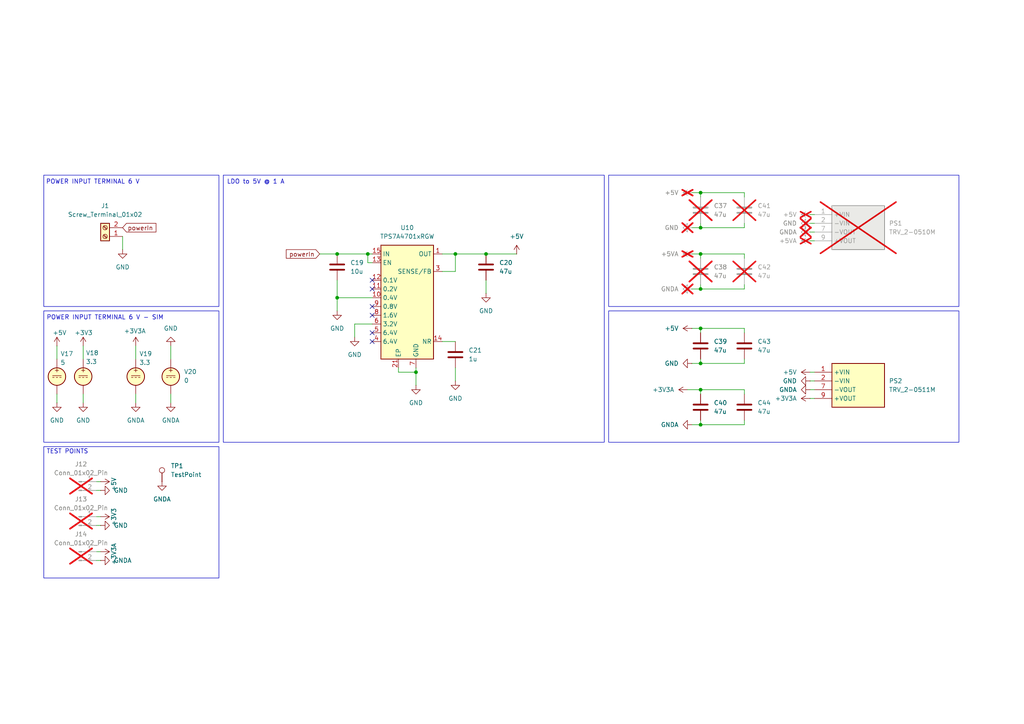
<source format=kicad_sch>
(kicad_sch (version 20250114) (generator "eeschema") (generator_version "9.0")
  (paper "A4")
  (lib_symbols
    (symbol "Connector:Conn_01x02_Pin" (pin_names (offset 1.016) (hide yes))
      (property "Reference" "J" (at 0 2.54 0))
      (property "Value" "Conn_01x02_Pin" (at 0 -5.08 0))
      (symbol "Conn_01x02_Pin_1_1"
        (rectangle (start 0.8636 0.127) (end 0 -0.127) (stroke (width 0.1524)) (fill (type outline)))
        (rectangle (start 0.8636 -2.413) (end 0 -2.667) (stroke (width 0.1524)) (fill (type outline)))
        (polyline (pts (xy 1.27 0) (xy 0.8636 0)) (stroke (width 0.1524)))
        (polyline (pts (xy 1.27 -2.54) (xy 0.8636 -2.54)) (stroke (width 0.1524)))
        (pin passive line (at 5.08 0 180) (length 3.81) (name "Pin_1") (number "1"))
        (pin passive line (at 5.08 -2.54 180) (length 3.81) (name "Pin_2") (number "2"))
      )
    )
    (symbol "Connector:Screw_Terminal_01x02" (pin_names (offset 1.016) (hide yes))
      (property "Reference" "J" (at 0 2.54 0))
      (property "Value" "Screw_Terminal_01x02" (at 0 -5.08 0))
      (symbol "Screw_Terminal_01x02_1_1"
        (rectangle (start -1.27 1.27) (end 1.27 -3.81) (stroke (width 0.254)) (fill (type background)))
        (polyline (pts (xy -0.5334 0.3302) (xy 0.3302 -0.508)) (stroke (width 0.1524)))
        (polyline (pts (xy -0.5334 -2.2098) (xy 0.3302 -3.048)) (stroke (width 0.1524)))
        (polyline (pts (xy -0.3556 0.508) (xy 0.508 -0.3302)) (stroke (width 0.1524)))
        (polyline (pts (xy -0.3556 -2.032) (xy 0.508 -2.8702)) (stroke (width 0.1524)))
        (circle (center 0 0) (radius 0.635) (stroke (width 0.1524)))
        (circle (center 0 -2.54) (radius 0.635) (stroke (width 0.1524)))
        (pin passive line (at -5.08 0 0) (length 3.81) (name "Pin_1") (number "1"))
        (pin passive line (at -5.08 -2.54 0) (length 3.81) (name "Pin_2") (number "2"))
      )
    )
    (symbol "Connector:TestPoint" (pin_numbers (hide yes)) (pin_names (offset 0.762) (hide yes))
      (property "Reference" "TP" (at 0 6.858 0))
      (property "Value" "TestPoint" (at 0 5.08 0))
      (symbol "TestPoint_0_1"
        (circle (center 0 3.302) (radius 0.762))
      )
      (symbol "TestPoint_1_1"
        (pin passive line (at 0 0 90) (length 2.54) (name "1") (number "1"))
      )
    )
    (symbol "Converter_DCDC:TRV_2-0510M"
      (property "Reference" "PS" (at 21.59 7.62 0))
      (property "Value" "TRV_2-0510M" (at 21.59 5.08 0))
      (symbol "TRV_2-0510M_1_1"
        (rectangle (start 5.08 2.54) (end 20.32 -10.16) (stroke (width 0.254)) (fill (type background)))
        (pin passive line (at 0 0 0) (length 5.08) (name "+VIN") (number "1"))
        (pin passive line (at 0 -2.54 0) (length 5.08) (name "-VIN") (number "2"))
        (pin passive line (at 0 -5.08 0) (length 5.08) (name "-VOUT") (number "7"))
        (pin passive line (at 0 -7.62 0) (length 5.08) (name "+VOUT") (number "9"))
      )
    )
    (symbol "Converter_DCDC:TRV_2-0511M"
      (property "Reference" "PS" (at 21.59 7.62 0))
      (property "Value" "TRV_2-0511M" (at 21.59 5.08 0))
      (symbol "TRV_2-0511M_1_1"
        (rectangle (start 5.08 2.54) (end 20.32 -10.16) (stroke (width 0.254)) (fill (type background)))
        (pin passive line (at 0 0 0) (length 5.08) (name "+VIN") (number "1"))
        (pin passive line (at 0 -2.54 0) (length 5.08) (name "-VIN") (number "2"))
        (pin passive line (at 0 -5.08 0) (length 5.08) (name "-VOUT") (number "7"))
        (pin passive line (at 0 -7.62 0) (length 5.08) (name "+VOUT") (number "9"))
      )
    )
    (symbol "Device:C" (pin_numbers (hide yes)) (pin_names (offset 0.254))
      (property "Reference" "C" (at 0.635 2.54 0))
      (property "Value" "C" (at 0.635 -2.54 0))
      (symbol "C_0_1"
        (polyline (pts (xy -2.032 0.762) (xy 2.032 0.762)) (stroke (width 0.508)))
        (polyline (pts (xy -2.032 -0.762) (xy 2.032 -0.762)) (stroke (width 0.508)))
      )
      (symbol "C_1_1"
        (pin passive line (at 0 3.81 270) (length 2.794) (name "~") (number "1"))
        (pin passive line (at 0 -3.81 90) (length 2.794) (name "~") (number "2"))
      )
    )
    (symbol "Regulator_Linear:TPS7A4701xRGW"
      (property "Reference" "U" (at -6.35 19.05 0))
      (property "Value" "TPS7A4701xRGW" (at 3.81 19.05 0))
      (symbol "TPS7A4701xRGW_0_1"
        (rectangle (start -7.62 17.78) (end 7.62 -15.24) (stroke (width 0.254)) (fill (type background)))
      )
      (symbol "TPS7A4701xRGW_1_1"
        (pin power_in line (at -10.16 15.24 0) (length 2.54) (name "IN") (number "15"))
        (pin passive line (at -10.16 15.24 0) (length 2.54) (hide yes) (name "IN") (number "16"))
        (pin input line (at -10.16 12.7 0) (length 2.54) (name "EN") (number "13"))
        (pin input line (at -10.16 7.62 0) (length 2.54) (name "0.1V") (number "12"))
        (pin input line (at -10.16 5.08 0) (length 2.54) (name "0.2V") (number "11"))
        (pin input line (at -10.16 2.54 0) (length 2.54) (name "0.4V") (number "10"))
        (pin input line (at -10.16 0 0) (length 2.54) (name "0.8V") (number "9"))
        (pin input line (at -10.16 -2.54 0) (length 2.54) (name "1.6V") (number "8"))
        (pin input line (at -10.16 -5.08 0) (length 2.54) (name "3.2V") (number "6"))
        (pin input line (at -10.16 -7.62 0) (length 2.54) (name "6.4V") (number "5"))
        (pin input line (at -10.16 -10.16 0) (length 2.54) (name "6.4V") (number "4"))
        (pin passive line (at -2.54 -17.78 90) (length 2.54) (name "EP") (number "21"))
        (pin power_in line (at 2.54 -17.78 90) (length 2.54) (name "GND") (number "7"))
        (pin power_out line (at 10.16 15.24 180) (length 2.54) (name "OUT") (number "1"))
        (pin power_out line (at 10.16 15.24 180) (length 2.54) (hide yes) (name "OUT") (number "20"))
        (pin input line (at 10.16 10.16 180) (length 2.54) (name "SENSE/FB") (number "3"))
        (pin passive line (at 10.16 -10.16 180) (length 2.54) (name "NR") (number "14"))
      )
    )
    (symbol "Simulation_SPICE:VDC" (pin_numbers (hide yes)) (pin_names (offset 0.0254))
      (property "Reference" "V" (at 2.54 2.54 0))
      (property "Value" "1" (at 2.54 0 0))
      (symbol "VDC_0_0"
        (polyline (pts (xy -1.27 0.254) (xy 1.27 0.254)))
        (polyline (pts (xy -0.762 -0.254) (xy -1.27 -0.254)))
        (polyline (pts (xy 0.254 -0.254) (xy -0.254 -0.254)))
        (polyline (pts (xy 1.27 -0.254) (xy 0.762 -0.254)))
        (text "+" (at 0 1.905 0) (effects (font (size 1.27 1.27))))
      )
      (symbol "VDC_0_1"
        (circle (center 0 0) (radius 2.54) (stroke (width 0.254)) (fill (type background)))
      )
      (symbol "VDC_1_1"
        (pin passive line (at 0 5.08 270) (length 2.54) (name "~") (number "1"))
        (pin passive line (at 0 -5.08 90) (length 2.54) (name "~") (number "2"))
      )
    )
    (symbol "power:+5V" (power) (pin_numbers (hide yes)) (pin_names (offset 0) (hide yes))
      (property "Value" "+5V" (at 0 3.556 0))
      (symbol "+5V_0_1"
        (polyline (pts (xy -0.762 1.27) (xy 0 2.54)))
        (polyline (pts (xy 0 2.54) (xy 0.762 1.27)))
        (polyline (pts (xy 0 0) (xy 0 2.54)))
      )
      (symbol "+5V_1_1"
        (pin power_in line (at 0 0 90) (length 0) (name "~") (number "1"))
      )
    )
    (symbol "power:+5VA" (power) (pin_numbers (hide yes)) (pin_names (offset 0) (hide yes))
      (property "Value" "+5VA" (at 0 3.556 0))
      (symbol "+5VA_0_1"
        (polyline (pts (xy -0.762 1.27) (xy 0 2.54)))
        (polyline (pts (xy 0 2.54) (xy 0.762 1.27)))
        (polyline (pts (xy 0 0) (xy 0 2.54)))
      )
      (symbol "+5VA_1_1"
        (pin power_in line (at 0 0 90) (length 0) (name "~") (number "1"))
      )
    )
    (symbol "power:GND" (power) (pin_numbers (hide yes)) (pin_names (offset 0) (hide yes))
      (property "Value" "GND" (at 0 -3.81 0))
      (symbol "GND_0_1"
        (polyline (pts (xy 0 0) (xy 0 -1.27) (xy 1.27 -1.27) (xy 0 -2.54) (xy -1.27 -1.27) (xy 0 -1.27)))
      )
      (symbol "GND_1_1"
        (pin power_in line (at 0 0 270) (length 0) (name "~") (number "1"))
      )
    )
    (symbol "power:GNDA" (power) (pin_numbers (hide yes)) (pin_names (offset 0) (hide yes))
      (property "Value" "GNDA" (at 0 -3.81 0))
      (symbol "GNDA_0_1"
        (polyline (pts (xy 0 0) (xy 0 -1.27) (xy 1.27 -1.27) (xy 0 -2.54) (xy -1.27 -1.27) (xy 0 -1.27)))
      )
      (symbol "GNDA_1_1"
        (pin power_in line (at 0 0 270) (length 0) (name "~") (number "1"))
      )
    )
  )
  (rectangle (start 12.7 129.54) (end 63.5 167.64))
  (rectangle (start 12.7 50.8) (end 63.5 88.9))
  (rectangle (start 176.53 90.17) (end 278.13 128.27))
  (rectangle (start 64.77 50.8) (end 175.26 128.27))
  (rectangle (start 12.7 90.17) (end 63.5 128.27))
  (rectangle (start 176.53 50.8) (end 278.13 88.9))
  (text "POWER INPUT TERMINAL 6 V" (at 26.924 52.832 0) (effects (font (size 1.27 1.27))))
  (text "POWER INPUT TERMINAL 6 V - SIM" (at 30.48 92.202 0) (effects (font (size 1.27 1.27))))
  (text "LDO to 5V @ 1 A" (at 65.786 52.832 0) (effects (font (size 1.27 1.27)) (justify left)))
  (text "TEST POINTS" (at 13.462 131.064 0) (effects (font (size 1.27 1.27)) (justify left)))
  (junction (at 203.2 95.25))
  (junction (at 203.2 66.04))
  (junction (at 203.2 123.19))
  (junction (at 97.79 73.66))
  (junction (at 203.2 55.88))
  (junction (at 203.2 73.66))
  (junction (at 120.65 107.95))
  (junction (at 132.08 73.66))
  (junction (at 140.97 73.66))
  (junction (at 97.79 86.36))
  (junction (at 203.2 113.03))
  (junction (at 203.2 83.82))
  (junction (at 106.68 73.66))
  (junction (at 203.2 105.41))
  (no_connect (at 107.95 83.82))
  (no_connect (at 107.95 91.44))
  (no_connect (at 107.95 96.52))
  (no_connect (at 107.95 88.9))
  (no_connect (at 107.95 81.28))
  (no_connect (at 107.95 99.06))
  (wire (pts (xy 27.94 142.24) (xy 29.21 142.24)))
  (wire (pts (xy 128.27 78.74) (xy 132.08 78.74)))
  (wire (pts (xy 128.27 99.06) (xy 132.08 99.06)))
  (wire (pts (xy 102.87 93.98) (xy 102.87 97.79)))
  (wire (pts (xy 27.94 149.86) (xy 29.21 149.86)))
  (wire (pts (xy 107.95 93.98) (xy 102.87 93.98)))
  (wire (pts (xy 234.95 69.85) (xy 236.22 69.85)))
  (wire (pts (xy 203.2 113.03) (xy 215.9 113.03)))
  (wire (pts (xy 200.66 123.19) (xy 203.2 123.19)))
  (wire (pts (xy 24.13 114.3) (xy 24.13 116.84)))
  (wire (pts (xy 49.53 100.33) (xy 49.53 104.14)))
  (wire (pts (xy 115.57 106.68) (xy 115.57 107.95)))
  (wire (pts (xy 200.66 105.41) (xy 203.2 105.41)))
  (wire (pts (xy 120.65 107.95) (xy 120.65 111.76)))
  (wire (pts (xy 215.9 66.04) (xy 215.9 64.77)))
  (wire (pts (xy 106.68 73.66) (xy 107.95 73.66)))
  (wire (pts (xy 203.2 121.92) (xy 203.2 123.19)))
  (wire (pts (xy 215.9 73.66) (xy 215.9 74.93)))
  (wire (pts (xy 203.2 73.66) (xy 215.9 73.66)))
  (wire (pts (xy 215.9 123.19) (xy 215.9 121.92)))
  (wire (pts (xy 203.2 95.25) (xy 203.2 96.52)))
  (wire (pts (xy 215.9 113.03) (xy 215.9 114.3)))
  (wire (pts (xy 24.13 100.33) (xy 24.13 104.14)))
  (wire (pts (xy 234.95 110.49) (xy 236.22 110.49)))
  (wire (pts (xy 107.95 86.36) (xy 97.79 86.36)))
  (wire (pts (xy 107.95 76.2) (xy 106.68 76.2)))
  (wire (pts (xy 97.79 81.28) (xy 97.79 86.36)))
  (wire (pts (xy 128.27 73.66) (xy 132.08 73.66)))
  (wire (pts (xy 92.71 73.66) (xy 97.79 73.66)))
  (wire (pts (xy 35.56 68.58) (xy 35.56 72.39)))
  (wire (pts (xy 203.2 55.88) (xy 215.9 55.88)))
  (wire (pts (xy 234.95 64.77) (xy 236.22 64.77)))
  (wire (pts (xy 203.2 105.41) (xy 215.9 105.41)))
  (wire (pts (xy 203.2 104.14) (xy 203.2 105.41)))
  (wire (pts (xy 203.2 66.04) (xy 215.9 66.04)))
  (wire (pts (xy 234.95 115.57) (xy 236.22 115.57)))
  (wire (pts (xy 200.66 66.04) (xy 203.2 66.04)))
  (wire (pts (xy 215.9 83.82) (xy 215.9 82.55)))
  (wire (pts (xy 203.2 83.82) (xy 215.9 83.82)))
  (wire (pts (xy 97.79 86.36) (xy 97.79 90.17)))
  (wire (pts (xy 106.68 73.66) (xy 106.68 76.2)))
  (wire (pts (xy 132.08 73.66) (xy 132.08 78.74)))
  (wire (pts (xy 132.08 73.66) (xy 140.97 73.66)))
  (wire (pts (xy 215.9 105.41) (xy 215.9 104.14)))
  (wire (pts (xy 115.57 107.95) (xy 120.65 107.95)))
  (wire (pts (xy 215.9 95.25) (xy 215.9 96.52)))
  (wire (pts (xy 234.95 67.31) (xy 236.22 67.31)))
  (wire (pts (xy 140.97 73.66) (xy 149.86 73.66)))
  (wire (pts (xy 203.2 123.19) (xy 215.9 123.19)))
  (wire (pts (xy 203.2 95.25) (xy 215.9 95.25)))
  (wire (pts (xy 16.51 114.3) (xy 16.51 116.84)))
  (wire (pts (xy 203.2 55.88) (xy 203.2 57.15)))
  (wire (pts (xy 234.95 62.23) (xy 236.22 62.23)))
  (wire (pts (xy 234.95 107.95) (xy 236.22 107.95)))
  (wire (pts (xy 234.95 113.03) (xy 236.22 113.03)))
  (wire (pts (xy 200.66 55.88) (xy 203.2 55.88)))
  (wire (pts (xy 16.51 100.33) (xy 16.51 104.14)))
  (wire (pts (xy 49.53 116.84) (xy 49.53 114.3)))
  (wire (pts (xy 39.37 100.33) (xy 39.37 104.14)))
  (wire (pts (xy 203.2 82.55) (xy 203.2 83.82)))
  (wire (pts (xy 215.9 55.88) (xy 215.9 57.15)))
  (wire (pts (xy 203.2 113.03) (xy 203.2 114.3)))
  (wire (pts (xy 27.94 160.02) (xy 29.21 160.02)))
  (wire (pts (xy 140.97 81.28) (xy 140.97 85.09)))
  (wire (pts (xy 203.2 64.77) (xy 203.2 66.04)))
  (wire (pts (xy 200.66 95.25) (xy 203.2 95.25)))
  (wire (pts (xy 27.94 139.7) (xy 29.21 139.7)))
  (wire (pts (xy 199.39 113.03) (xy 203.2 113.03)))
  (wire (pts (xy 120.65 106.68) (xy 120.65 107.95)))
  (wire (pts (xy 200.66 73.66) (xy 203.2 73.66)))
  (wire (pts (xy 27.94 152.4) (xy 29.21 152.4)))
  (wire (pts (xy 203.2 73.66) (xy 203.2 74.93)))
  (wire (pts (xy 97.79 73.66) (xy 106.68 73.66)))
  (wire (pts (xy 132.08 106.68) (xy 132.08 110.49)))
  (wire (pts (xy 39.37 114.3) (xy 39.37 116.84)))
  (wire (pts (xy 27.94 162.56) (xy 29.21 162.56)))
  (wire (pts (xy 200.66 83.82) (xy 203.2 83.82)))
  (global_label "powerIn" (shape input) (at 35.56 66.04 0) (property "Intersheetrefs" "${INTERSHEET_REFS}" (effects (hide yes))))
  (global_label "powerIn" (shape input) (at 92.71 73.66 180) (property "Intersheetrefs" "${INTERSHEET_REFS}" (effects (hide yes))))
  (symbol (lib_id "power:+5V") (at 24.13 100.33 0) (unit 1)
    (property "Reference" "#PWR0183" (effects (hide yes)))
    (property "Value" "+3V3" (at 21.59 96.52 0) (effects (justify left)))
    (property "Description" "Power symbol creates a global label with name \"+5V\"" (effects (hide yes)))
  )
  (symbol (lib_id "power:GND") (at 35.56 72.39 0) (unit 1)
    (property "Reference" "#PWR0185" (effects (hide yes)))
    (property "Value" "GND" (at 35.56 77.47 0))
    (property "Description" "Power symbol creates a global label with name \"GND\" , ground" (effects (hide yes)))
    (instances (project "" (path "" (reference "#PWR58") (unit 1))) (project "" (path "" (reference "#PWR0185") (unit 1))))
  )
  (symbol (lib_id "power:GNDA") (at 200.66 123.19 270) (unit 1)
    (property "Reference" "#PWR0203" (effects (hide yes)))
    (property "Value" "GNDA" (at 196.85 123.1899 90) (effects (justify right)))
    (property "Description" "Power symbol creates a global label with name \"GNDA\" , analog ground" (effects (hide yes)))
  )
  (symbol (lib_id "Connector:Conn_01x02_Pin") (at 22.86 149.86 0) (unit 1) (exclude_from_sim yes) (in_bom no) (dnp yes)
    (property "Reference" "J13" (at 23.495 144.78 0))
    (property "Value" "Conn_01x02_Pin" (at 23.495 147.32 0))
    (property "Footprint" "Connector_PinHeader_2.54mm:PinHeader_1x02_P2.54mm_Vertical" (effects (hide yes)))
    (property "Description" "Generic connector, single row, 01x02, script generated" (effects (hide yes)))
  )
  (symbol (lib_id "Simulation_SPICE:VDC") (at 24.13 109.22 0) (unit 1) (in_bom no) (on_board no)
    (property "Reference" "V18" (at 24.892 102.362 0) (effects (justify left)))
    (property "Value" "3.3" (at 24.892 104.902 0) (effects (justify left)))
    (property "Datasheet" "https://ngspice.sourceforge.io/docs/ngspice-html-manual/manual.xhtml#sec_Independent_Sources_for" (effects (hide yes)))
    (property "Description" "Voltage source, DC" (effects (hide yes)))
    (property "Sim.Pins" "1=+ 2=-" (effects (hide yes)))
    (property "Sim.Type" "DC" (effects (hide yes)))
    (property "Sim.Device" "V" (effects (hide yes)))
  )
  (symbol (lib_id "power:GND") (at 97.79 90.17 0) (unit 1) (exclude_from_sim yes)
    (property "Reference" "#PWR0190" (effects (hide yes)))
    (property "Value" "GND" (at 97.79 95.25 0))
    (property "Description" "Power symbol creates a global label with name \"GND\" , ground" (effects (hide yes)))
    (instances (project "" (path "" (reference "#PWR61") (unit 1))) (project "" (path "" (reference "#PWR0190") (unit 1))))
  )
  (symbol (lib_id "Device:C") (at 97.79 77.47 0) (unit 1) (exclude_from_sim yes)
    (property "Reference" "C34" (at 101.6 76.1999 0) (effects (justify left)))
    (property "Value" "10u" (at 101.6 78.7399 0) (effects (justify left)))
    (property "Footprint" "Capacitor_SMD:C_0603_1608Metric" (effects (hide yes)))
    (property "Description" "Unpolarized capacitor" (effects (hide yes)))
    (instances (project "" (path "" (reference "C19") (unit 1))) (project "" (path "" (reference "C34") (unit 1))))
  )
  (symbol (lib_id "Converter_DCDC:TRV_2-0510M") (at 236.22 62.23 0) (unit 1) (exclude_from_sim yes) (in_bom no) (on_board no) (dnp yes)
    (property "Reference" "PS1" (at 257.81 64.7699 0) (effects (justify left)))
    (property "Value" "TRV_2-0510M" (at 257.81 67.3099 0) (effects (justify left)))
    (property "Footprint" "Converter_DCDC:TRV20510M" (effects (hide yes)))
    (property "Datasheet" "https://tracopower.com/trv2m-datasheet/" (effects (hide yes)))
    (property "Description" "2 Watt DC/DC converter, medical/industrial, 1.5:1 input, regulated, 5000 VAC isolation, 2xMOPP, encpasulated, SIP-9" (effects (hide yes)))
    (property "Height" "13" (effects (hide yes)))
    (property "Mouser Part Number" "495-TRV2-0510M" (effects (hide yes)))
    (property "Mouser Price/Stock" "https://www.mouser.co.uk/ProductDetail/TRACO-Power/TRV-2-0510M?qs=vvQtp7zwQdOlh8xrHS%252B%252B4g%3D%3D" (effects (hide yes)))
    (property "Manufacturer_Name" "Traco Power" (effects (hide yes)))
    (property "Manufacturer_Part_Number" "TRV 2-0510M" (effects (hide yes)))
  )
  (symbol (lib_id "power:GND") (at 234.95 110.49 270) (unit 1)
    (property "Reference" "#PWR0209" (effects (hide yes)))
    (property "Value" "GND" (at 231.14 110.4899 90) (effects (justify right)))
    (property "Description" "Power symbol creates a global label with name \"GND\" , ground" (effects (hide yes)))
  )
  (symbol (lib_id "power:GND") (at 49.53 100.33 180) (unit 1)
    (property "Reference" "#PWR0188" (effects (hide yes)))
    (property "Value" "GND" (at 49.53 95.25 0))
    (property "Description" "Power symbol creates a global label with name \"GND\" , ground" (effects (hide yes)))
  )
  (symbol (lib_id "power:+5V") (at 234.95 107.95 90) (unit 1)
    (property "Reference" "#PWR0208" (effects (hide yes)))
    (property "Value" "+5V" (at 231.14 107.9499 90) (effects (justify left)))
    (property "Description" "Power symbol creates a global label with name \"+5V\"" (effects (hide yes)))
  )
  (symbol (lib_id "power:GNDA") (at 200.66 83.82 270) (unit 1) (in_bom no) (on_board no) (dnp yes)
    (property "Reference" "#PWR0200" (effects (hide yes)))
    (property "Value" "GNDA" (at 196.85 83.8199 90) (effects (justify right)))
    (property "Description" "Power symbol creates a global label with name \"GNDA\" , analog ground" (effects (hide yes)))
  )
  (symbol (lib_id "Regulator_Linear:TPS7A4701xRGW") (at 118.11 88.9 0) (unit 1) (exclude_from_sim yes)
    (property "Reference" "U26" (at 118.11 66.04 0))
    (property "Value" "TPS7A4701xRGW" (at 118.11 68.58 0))
    (property "Footprint" "Package_DFN_QFN:Texas_RGW0020A_VQFN-20-1EP_5x5mm_P0.65mm_EP3.15x3.15mm_ThermalVias" (effects (hide yes)))
    (property "Datasheet" "https://www.ti.com/lit/ds/symlink/tps7a47.pdf" (effects (hide yes)))
    (property "Description" "1A, Low-Noise Low-Dropout Voltage Regulator, 3-35V Input, Adjustable 1.4-34V Output, VQFN-20" (effects (hide yes)))
    (property "Sim.Library" "sim/sbvm621a/TPS7A4701_TRANS.LIB" (effects (hide yes)))
    (property "Sim.Name" "TPS7A4701_TRANS" (effects (hide yes)))
    (property "Sim.Device" "SUBCKT" (effects (hide yes)))
    (property "Sim.Pins" "1=VOUT 3=SENSE 4=6P4V1 5=6P4V2 6=3P2V 7=GND 8=1P6V 9=0P8V 10=0P4V 11=0P2V 12=0P1V 13=EN 14=NR 15=VIN 16=VIN_1 20=VOUT_1" (effects (hide yes)))
    (instances (project "" (path "" (reference "U10") (unit 1))) (project "" (path "" (reference "U26") (unit 1))))
  )
  (symbol (lib_id "power:+5V") (at 200.66 55.88 90) (unit 1) (in_bom no) (on_board no) (dnp yes)
    (property "Reference" "#PWR0197" (effects (hide yes)))
    (property "Value" "+5V" (at 196.85 55.8799 90) (effects (justify left)))
    (property "Description" "Power symbol creates a global label with name \"+5V\"" (effects (hide yes)))
  )
  (symbol (lib_id "Device:C") (at 215.9 78.74 0) (unit 1) (exclude_from_sim yes) (in_bom no) (on_board no) (dnp yes)
    (property "Reference" "C42" (at 219.71 77.4699 0) (effects (justify left)))
    (property "Value" "47u" (at 219.71 80.0099 0) (effects (justify left)))
    (property "Footprint" "Capacitor_SMD:C_0805_2012Metric" (effects (hide yes)))
    (property "Description" "Unpolarized capacitor" (effects (hide yes)))
  )
  (symbol (lib_id "power:+5V") (at 200.66 95.25 90) (unit 1)
    (property "Reference" "#PWR0201" (effects (hide yes)))
    (property "Value" "+5V" (at 196.85 95.2499 90) (effects (justify left)))
    (property "Description" "Power symbol creates a global label with name \"+5V\"" (effects (hide yes)))
  )
  (symbol (lib_id "power:+5VA") (at 200.66 73.66 90) (unit 1) (in_bom no) (on_board no) (dnp yes)
    (property "Reference" "#PWR0199" (effects (hide yes)))
    (property "Value" "+5VA" (at 196.85 73.6599 90) (effects (justify left)))
    (property "Description" "Power symbol creates a global label with name \"+5VA\"" (effects (hide yes)))
  )
  (symbol (lib_id "power:GND") (at 120.65 111.76 0) (unit 1) (exclude_from_sim yes)
    (property "Reference" "#PWR0192" (effects (hide yes)))
    (property "Value" "GND" (at 120.65 116.84 0))
    (property "Description" "Power symbol creates a global label with name \"GND\" , ground" (effects (hide yes)))
    (instances (project "" (path "" (reference "#PWR60") (unit 1))) (project "" (path "" (reference "#PWR0192") (unit 1))))
  )
  (symbol (lib_id "Connector:TestPoint") (at 46.99 139.7 0) (unit 1) (exclude_from_sim yes)
    (property "Reference" "TP1" (at 49.53 135.1279 0) (effects (justify left)))
    (property "Value" "TestPoint" (at 49.53 137.6679 0) (effects (justify left)))
    (property "Footprint" "TestPoint:TestPoint_Pad_D4.0mm" (effects (hide yes)))
    (property "Description" "test point" (effects (hide yes)))
  )
  (symbol (lib_id "Device:C") (at 215.9 60.96 0) (unit 1) (exclude_from_sim yes) (in_bom no) (on_board no) (dnp yes)
    (property "Reference" "C41" (at 219.71 59.6899 0) (effects (justify left)))
    (property "Value" "47u" (at 219.71 62.2299 0) (effects (justify left)))
    (property "Footprint" "Capacitor_SMD:C_0805_2012Metric" (effects (hide yes)))
    (property "Description" "Unpolarized capacitor" (effects (hide yes)))
  )
  (symbol (lib_id "power:GNDA") (at 39.37 116.84 0) (unit 1)
    (property "Reference" "#PWR0187" (effects (hide yes)))
    (property "Value" "GNDA" (at 39.37 121.92 0))
    (property "Description" "Power symbol creates a global label with name \"GNDA\" , analog ground" (effects (hide yes)))
  )
  (symbol (lib_id "power:GND") (at 16.51 116.84 0) (unit 1)
    (property "Reference" "#PWR0182" (effects (hide yes)))
    (property "Value" "GND" (at 16.51 121.92 0))
    (property "Description" "Power symbol creates a global label with name \"GND\" , ground" (effects (hide yes)))
  )
  (symbol (lib_id "Simulation_SPICE:VDC") (at 49.53 109.22 0) (unit 1) (in_bom no) (on_board no)
    (property "Reference" "V20" (at 53.34 107.8201 0) (effects (justify left)))
    (property "Value" "0" (at 53.34 110.3601 0) (effects (justify left)))
    (property "Datasheet" "https://ngspice.sourceforge.io/docs/ngspice-html-manual/manual.xhtml#sec_Independent_Sources_for" (effects (hide yes)))
    (property "Description" "Voltage source, DC" (effects (hide yes)))
    (property "Sim.Pins" "1=+ 2=-" (effects (hide yes)))
    (property "Sim.Type" "DC" (effects (hide yes)))
    (property "Sim.Device" "V" (effects (hide yes)))
  )
  (symbol (lib_id "power:+5V") (at 234.95 62.23 90) (unit 1) (in_bom no) (on_board no) (dnp yes)
    (property "Reference" "#PWR0204" (effects (hide yes)))
    (property "Value" "+5V" (at 231.14 62.2299 90) (effects (justify left)))
    (property "Description" "Power symbol creates a global label with name \"+5V\"" (effects (hide yes)))
  )
  (symbol (lib_id "power:GND") (at 29.21 142.24 90) (unit 1)
    (property "Reference" "#PWR0225" (effects (hide yes)))
    (property "Value" "GND" (at 33.02 142.2399 90) (effects (justify right)))
    (property "Description" "Power symbol creates a global label with name \"GND\" , ground" (effects (hide yes)))
  )
  (symbol (lib_id "Device:C") (at 203.2 60.96 0) (unit 1) (exclude_from_sim yes) (in_bom no) (on_board no) (dnp yes)
    (property "Reference" "C37" (at 207.01 59.6899 0) (effects (justify left)))
    (property "Value" "47u" (at 207.01 62.2299 0) (effects (justify left)))
    (property "Footprint" "Capacitor_SMD:C_0805_2012Metric" (effects (hide yes)))
    (property "Description" "Unpolarized capacitor" (effects (hide yes)))
  )
  (symbol (lib_id "Connector:Conn_01x02_Pin") (at 22.86 160.02 0) (unit 1) (exclude_from_sim yes) (in_bom no) (dnp yes)
    (property "Reference" "J14" (at 23.495 154.94 0))
    (property "Value" "Conn_01x02_Pin" (at 23.495 157.48 0))
    (property "Footprint" "Connector_PinHeader_2.54mm:PinHeader_1x02_P2.54mm_Vertical" (effects (hide yes)))
    (property "Description" "Generic connector, single row, 01x02, script generated" (effects (hide yes)))
  )
  (symbol (lib_id "Device:C") (at 132.08 102.87 0) (unit 1) (exclude_from_sim yes)
    (property "Reference" "C35" (at 135.89 101.5999 0) (effects (justify left)))
    (property "Value" "1u" (at 135.89 104.1399 0) (effects (justify left)))
    (property "Footprint" "Capacitor_SMD:C_0603_1608Metric" (effects (hide yes)))
    (property "Description" "Unpolarized capacitor" (effects (hide yes)))
    (instances (project "leakCurrent_v2_0" (path "" (reference "C21") (unit 1))) (project "" (path "" (reference "C35") (unit 1))))
  )
  (symbol (lib_id "power:GND") (at 24.13 116.84 0) (unit 1)
    (property "Reference" "#PWR0184" (effects (hide yes)))
    (property "Value" "GND" (at 24.13 121.92 0))
    (property "Description" "Power symbol creates a global label with name \"GND\" , ground" (effects (hide yes)))
  )
  (symbol (lib_id "power:+5V") (at 29.21 160.02 270) (unit 1)
    (property "Reference" "#PWR0229" (effects (hide yes)))
    (property "Value" "+3V3A" (at 33.02 157.48 0) (effects (justify left)))
    (property "Description" "Power symbol creates a global label with name \"+5V\"" (effects (hide yes)))
  )
  (symbol (lib_id "power:+5VA") (at 234.95 69.85 90) (unit 1) (in_bom no) (on_board no) (dnp yes)
    (property "Reference" "#PWR0207" (effects (hide yes)))
    (property "Value" "+5VA" (at 231.14 69.8499 90) (effects (justify left)))
    (property "Description" "Power symbol creates a global label with name \"+5VA\"" (effects (hide yes)))
  )
  (symbol (lib_id "power:GND") (at 102.87 97.79 0) (unit 1) (exclude_from_sim yes)
    (property "Reference" "#PWR0191" (effects (hide yes)))
    (property "Value" "GND" (at 102.87 102.87 0))
    (property "Description" "Power symbol creates a global label with name \"GND\" , ground" (effects (hide yes)))
    (instances (project "" (path "" (reference "#PWR62") (unit 1))) (project "" (path "" (reference "#PWR0191") (unit 1))))
  )
  (symbol (lib_id "Device:C") (at 203.2 100.33 0) (unit 1) (exclude_from_sim yes)
    (property "Reference" "C39" (at 207.01 99.0599 0) (effects (justify left)))
    (property "Value" "47u" (at 207.01 101.5999 0) (effects (justify left)))
    (property "Footprint" "Capacitor_SMD:C_0805_2012Metric" (effects (hide yes)))
    (property "Description" "Unpolarized capacitor" (effects (hide yes)))
  )
  (symbol (lib_id "Connector:Conn_01x02_Pin") (at 22.86 139.7 0) (unit 1) (exclude_from_sim yes) (in_bom no) (dnp yes)
    (property "Reference" "J12" (at 23.495 134.62 0))
    (property "Value" "Conn_01x02_Pin" (at 23.495 137.16 0))
    (property "Footprint" "Connector_PinHeader_2.54mm:PinHeader_1x02_P2.54mm_Vertical" (effects (hide yes)))
    (property "Description" "Generic connector, single row, 01x02, script generated" (effects (hide yes)))
  )
  (symbol (lib_id "Simulation_SPICE:VDC") (at 39.37 109.22 0) (unit 1) (in_bom no) (on_board no)
    (property "Reference" "V19" (at 40.386 102.616 0) (effects (justify left)))
    (property "Value" "3.3" (at 40.386 105.156 0) (effects (justify left)))
    (property "Datasheet" "https://ngspice.sourceforge.io/docs/ngspice-html-manual/manual.xhtml#sec_Independent_Sources_for" (effects (hide yes)))
    (property "Description" "Voltage source, DC" (effects (hide yes)))
    (property "Sim.Pins" "1=+ 2=-" (effects (hide yes)))
    (property "Sim.Type" "DC" (effects (hide yes)))
    (property "Sim.Device" "V" (effects (hide yes)))
  )
  (symbol (lib_id "power:GNDA") (at 49.53 116.84 0) (unit 1)
    (property "Reference" "#PWR0189" (effects (hide yes)))
    (property "Value" "GNDA" (at 49.53 121.92 0))
    (property "Description" "Power symbol creates a global label with name \"GNDA\" , analog ground" (effects (hide yes)))
  )
  (symbol (lib_id "power:GND") (at 132.08 110.49 0) (unit 1) (exclude_from_sim yes)
    (property "Reference" "#PWR0193" (effects (hide yes)))
    (property "Value" "GND" (at 132.08 115.57 0))
    (property "Description" "Power symbol creates a global label with name \"GND\" , ground" (effects (hide yes)))
    (instances (project "leakCurrent_v2_0" (path "" (reference "#PWR64") (unit 1))) (project "" (path "" (reference "#PWR0193") (unit 1))))
  )
  (symbol (lib_id "Device:C") (at 140.97 77.47 0) (unit 1) (exclude_from_sim yes)
    (property "Reference" "C36" (at 144.78 76.1999 0) (effects (justify left)))
    (property "Value" "47u" (at 144.78 78.7399 0) (effects (justify left)))
    (property "Footprint" "Capacitor_SMD:C_0805_2012Metric" (effects (hide yes)))
    (property "Description" "Unpolarized capacitor" (effects (hide yes)))
    (instances (project "" (path "" (reference "C20") (unit 1))) (project "" (path "" (reference "C36") (unit 1))))
  )
  (symbol (lib_id "Converter_DCDC:TRV_2-0511M") (at 236.22 107.95 0) (unit 1) (exclude_from_sim yes) (in_bom no)
    (property "Reference" "PS2" (at 257.81 110.4899 0) (effects (justify left)))
    (property "Value" "TRV_2-0511M" (at 257.81 113.0299 0) (effects (justify left)))
    (property "Footprint" "Converter_DCDC:TRV20511M" (effects (hide yes)))
    (property "Datasheet" "https://tracopower.com/trv2m-datasheet/" (effects (hide yes)))
    (property "Description" "2 Watt DC/DC converter, medical/industrial, 1.5:1 input, regulated, 5000 VAC isolation, 2xMOPP, encpasulated, SIP-9" (effects (hide yes)))
    (property "Height" "13" (effects (hide yes)))
    (property "Mouser Part Number" "495-TRV2-0511M" (effects (hide yes)))
    (property "Mouser Price/Stock" "https://www.mouser.co.uk/ProductDetail/TRACO-Power/TRV-2-0511M?qs=vvQtp7zwQdPTJ%2FNukxuIBA%3D%3D" (effects (hide yes)))
    (property "Manufacturer_Name" "Traco Power" (effects (hide yes)))
    (property "Manufacturer_Part_Number" "TRV 2-0511M" (effects (hide yes)))
  )
  (symbol (lib_id "power:GND") (at 234.95 64.77 270) (unit 1) (in_bom no) (on_board no) (dnp yes)
    (property "Reference" "#PWR0205" (effects (hide yes)))
    (property "Value" "GND" (at 231.14 64.7699 90) (effects (justify right)))
    (property "Description" "Power symbol creates a global label with name \"GND\" , ground" (effects (hide yes)))
  )
  (symbol (lib_id "Device:C") (at 203.2 118.11 0) (unit 1) (exclude_from_sim yes)
    (property "Reference" "C40" (at 207.01 116.8399 0) (effects (justify left)))
    (property "Value" "47u" (at 207.01 119.3799 0) (effects (justify left)))
    (property "Footprint" "Capacitor_SMD:C_0805_2012Metric" (effects (hide yes)))
    (property "Description" "Unpolarized capacitor" (effects (hide yes)))
  )
  (symbol (lib_id "Device:C") (at 215.9 118.11 0) (unit 1) (exclude_from_sim yes)
    (property "Reference" "C44" (at 219.71 116.8399 0) (effects (justify left)))
    (property "Value" "47u" (at 219.71 119.3799 0) (effects (justify left)))
    (property "Footprint" "Capacitor_SMD:C_0805_2012Metric" (effects (hide yes)))
    (property "Description" "Unpolarized capacitor" (effects (hide yes)))
  )
  (symbol (lib_id "power:+5V") (at 16.51 100.33 0) (unit 1)
    (property "Reference" "#PWR0181" (effects (hide yes)))
    (property "Value" "+5V" (at 15.24 96.52 0) (effects (justify left)))
    (property "Description" "Power symbol creates a global label with name \"+5V\"" (effects (hide yes)))
  )
  (symbol (lib_id "power:+5V") (at 199.39 113.03 90) (unit 1)
    (property "Reference" "#PWR0196" (effects (hide yes)))
    (property "Value" "+3V3A" (at 195.58 113.0299 90) (effects (justify left)))
    (property "Description" "Power symbol creates a global label with name \"+5V\"" (effects (hide yes)))
  )
  (symbol (lib_id "power:GND") (at 200.66 66.04 270) (unit 1) (in_bom no) (on_board no) (dnp yes)
    (property "Reference" "#PWR0198" (effects (hide yes)))
    (property "Value" "GND" (at 196.85 66.0399 90) (effects (justify right)))
    (property "Description" "Power symbol creates a global label with name \"GND\" , ground" (effects (hide yes)))
  )
  (symbol (lib_id "power:GNDA") (at 234.95 113.03 270) (unit 1)
    (property "Reference" "#PWR0210" (effects (hide yes)))
    (property "Value" "GNDA" (at 231.14 113.0299 90) (effects (justify right)))
    (property "Description" "Power symbol creates a global label with name \"GNDA\" , analog ground" (effects (hide yes)))
  )
  (symbol (lib_id "Device:C") (at 203.2 78.74 0) (unit 1) (exclude_from_sim yes) (in_bom no) (on_board no) (dnp yes)
    (property "Reference" "C38" (at 207.01 77.4699 0) (effects (justify left)))
    (property "Value" "47u" (at 207.01 80.0099 0) (effects (justify left)))
    (property "Footprint" "Capacitor_SMD:C_0805_2012Metric" (effects (hide yes)))
    (property "Description" "Unpolarized capacitor" (effects (hide yes)))
  )
  (symbol (lib_id "power:+5V") (at 39.37 100.33 0) (unit 1)
    (property "Reference" "#PWR0186" (effects (hide yes)))
    (property "Value" "+3V3A" (at 39.116 96.012 0))
    (property "Description" "Power symbol creates a global label with name \"+5V\"" (effects (hide yes)))
  )
  (symbol (lib_id "power:GND") (at 29.21 162.56 90) (unit 1)
    (property "Reference" "#PWR0230" (effects (hide yes)))
    (property "Value" "GNDA" (at 33.02 162.5599 90) (effects (justify right)))
    (property "Description" "Power symbol creates a global label with name \"GND\" , ground" (effects (hide yes)))
  )
  (symbol (lib_id "power:+5V") (at 149.86 73.66 0) (unit 1) (exclude_from_sim yes)
    (property "Reference" "#PWR0195" (effects (hide yes)))
    (property "Value" "+5V" (at 149.86 68.58 0))
    (property "Description" "Power symbol creates a global label with name \"+5V\"" (effects (hide yes)))
    (instances (project "leakCurrent_v2_0" (path "" (reference "#PWR65") (unit 1))) (project "" (path "" (reference "#PWR0195") (unit 1))))
  )
  (symbol (lib_id "Device:C") (at 215.9 100.33 0) (unit 1) (exclude_from_sim yes)
    (property "Reference" "C43" (at 219.71 99.0599 0) (effects (justify left)))
    (property "Value" "47u" (at 219.71 101.5999 0) (effects (justify left)))
    (property "Footprint" "Capacitor_SMD:C_0805_2012Metric" (effects (hide yes)))
    (property "Description" "Unpolarized capacitor" (effects (hide yes)))
  )
  (symbol (lib_id "power:GND") (at 140.97 85.09 0) (unit 1) (exclude_from_sim yes)
    (property "Reference" "#PWR0194" (effects (hide yes)))
    (property "Value" "GND" (at 140.97 90.17 0))
    (property "Description" "Power symbol creates a global label with name \"GND\" , ground" (effects (hide yes)))
    (instances (project "" (path "" (reference "#PWR63") (unit 1))) (project "" (path "" (reference "#PWR0194") (unit 1))))
  )
  (symbol (lib_id "power:+5V") (at 234.95 115.57 90) (unit 1)
    (property "Reference" "#PWR0211" (effects (hide yes)))
    (property "Value" "+3V3A" (at 231.14 115.5699 90) (effects (justify left)))
    (property "Description" "Power symbol creates a global label with name \"+5V\"" (effects (hide yes)))
  )
  (symbol (lib_id "power:+5V") (at 29.21 149.86 270) (unit 1)
    (property "Reference" "#PWR0227" (effects (hide yes)))
    (property "Value" "+3V3" (at 33.02 147.32 0) (effects (justify left)))
    (property "Description" "Power symbol creates a global label with name \"+5V\"" (effects (hide yes)))
  )
  (symbol (lib_id "power:+5V") (at 29.21 139.7 270) (unit 1)
    (property "Reference" "#PWR0226" (effects (hide yes)))
    (property "Value" "+5V" (at 33.02 138.43 0) (effects (justify left)))
    (property "Description" "Power symbol creates a global label with name \"+5V\"" (effects (hide yes)))
  )
  (symbol (lib_id "Simulation_SPICE:VDC") (at 16.51 109.22 0) (unit 1) (in_bom no) (on_board no)
    (property "Reference" "V17" (at 17.526 102.616 0) (effects (justify left)))
    (property "Value" "5" (at 17.526 105.156 0) (effects (justify left)))
    (property "Datasheet" "https://ngspice.sourceforge.io/docs/ngspice-html-manual/manual.xhtml#sec_Independent_Sources_for" (effects (hide yes)))
    (property "Description" "Voltage source, DC" (effects (hide yes)))
    (property "Sim.Pins" "1=+ 2=-" (effects (hide yes)))
    (property "Sim.Type" "DC" (effects (hide yes)))
    (property "Sim.Device" "V" (effects (hide yes)))
  )
  (symbol (lib_id "power:GND") (at 29.21 152.4 90) (unit 1)
    (property "Reference" "#PWR0228" (effects (hide yes)))
    (property "Value" "GND" (at 33.02 152.3999 90) (effects (justify right)))
    (property "Description" "Power symbol creates a global label with name \"GND\" , ground" (effects (hide yes)))
  )
  (symbol (lib_id "power:GND") (at 46.99 139.7 0) (unit 1)
    (property "Reference" "#PWR0231" (effects (hide yes)))
    (property "Value" "GNDA" (at 46.99 144.78 0))
    (property "Description" "Power symbol creates a global label with name \"GND\" , ground" (effects (hide yes)))
  )
  (symbol (lib_id "power:GND") (at 200.66 105.41 270) (unit 1)
    (property "Reference" "#PWR0202" (effects (hide yes)))
    (property "Value" "GND" (at 196.85 105.4099 90) (effects (justify right)))
    (property "Description" "Power symbol creates a global label with name \"GND\" , ground" (effects (hide yes)))
  )
  (symbol (lib_id "Connector:Screw_Terminal_01x02") (at 30.48 68.58 180) (unit 1) (exclude_from_sim yes)
    (property "Reference" "J9" (at 30.48 59.69 0))
    (property "Value" "Screw_Terminal_01x02" (at 30.48 62.23 0))
    (property "Footprint" "Connector_Phoenix_GMSTB:PhoenixContact_GMSTBA_2,5_2-G-7,62_1x02_P7.62mm_Horizontal" (effects (hide yes)))
    (property "Description" "Generic screw terminal, single row, 01x02, script generated (kicad-library-utils/schlib/autogen/connector/)" (effects (hide yes)))
    (instances (project "" (path "" (reference "J1") (unit 1))) (project "" (path "" (reference "J9") (unit 1))))
  )
  (symbol (lib_id "power:GNDA") (at 234.95 67.31 270) (unit 1) (in_bom no) (on_board no) (dnp yes)
    (property "Reference" "#PWR0206" (effects (hide yes)))
    (property "Value" "GNDA" (at 231.14 67.3099 90) (effects (justify right)))
    (property "Description" "Power symbol creates a global label with name \"GNDA\" , analog ground" (effects (hide yes)))
  )
)
</source>
